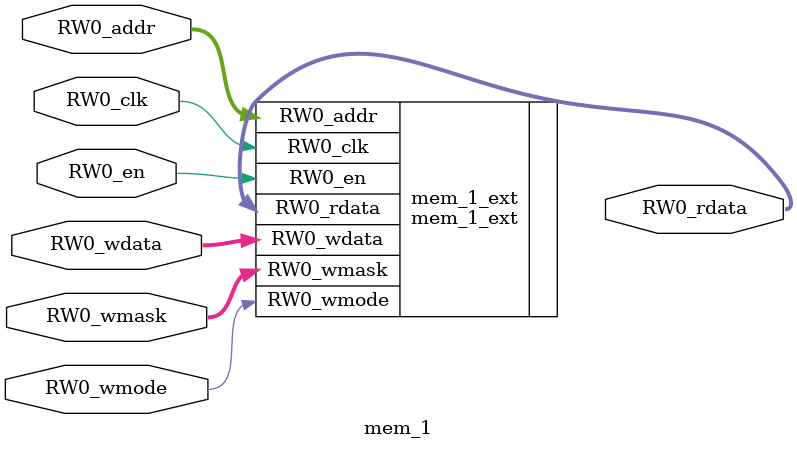
<source format=sv>
`ifndef RANDOMIZE
  `ifdef RANDOMIZE_MEM_INIT
    `define RANDOMIZE
  `endif // RANDOMIZE_MEM_INIT
`endif // not def RANDOMIZE
`ifndef RANDOMIZE
  `ifdef RANDOMIZE_REG_INIT
    `define RANDOMIZE
  `endif // RANDOMIZE_REG_INIT
`endif // not def RANDOMIZE

`ifndef RANDOM
  `define RANDOM $random
`endif // not def RANDOM

// Users can define INIT_RANDOM as general code that gets injected into the
// initializer block for modules with registers.
`ifndef INIT_RANDOM
  `define INIT_RANDOM
`endif // not def INIT_RANDOM

// If using random initialization, you can also define RANDOMIZE_DELAY to
// customize the delay used, otherwise 0.002 is used.
`ifndef RANDOMIZE_DELAY
  `define RANDOMIZE_DELAY 0.002
`endif // not def RANDOMIZE_DELAY

// Define INIT_RANDOM_PROLOG_ for use in our modules below.
`ifndef INIT_RANDOM_PROLOG_
  `ifdef RANDOMIZE
    `ifdef VERILATOR
      `define INIT_RANDOM_PROLOG_ `INIT_RANDOM
    `else  // VERILATOR
      `define INIT_RANDOM_PROLOG_ `INIT_RANDOM #`RANDOMIZE_DELAY begin end
    `endif // VERILATOR
  `else  // RANDOMIZE
    `define INIT_RANDOM_PROLOG_
  `endif // RANDOMIZE
`endif // not def INIT_RANDOM_PROLOG_

// Include register initializers in init blocks unless synthesis is set
`ifndef SYNTHESIS
  `ifndef ENABLE_INITIAL_REG_
    `define ENABLE_INITIAL_REG_
  `endif // not def ENABLE_INITIAL_REG_
`endif // not def SYNTHESIS

// Include rmemory initializers in init blocks unless synthesis is set
`ifndef SYNTHESIS
  `ifndef ENABLE_INITIAL_MEM_
    `define ENABLE_INITIAL_MEM_
  `endif // not def ENABLE_INITIAL_MEM_
`endif // not def SYNTHESIS

// Standard header to adapt well known macros for prints and assertions.

// Users can define 'PRINTF_COND' to add an extra gate to prints.
`ifndef PRINTF_COND_
  `ifdef PRINTF_COND
    `define PRINTF_COND_ (`PRINTF_COND)
  `else  // PRINTF_COND
    `define PRINTF_COND_ 1
  `endif // PRINTF_COND
`endif // not def PRINTF_COND_

// Users can define 'ASSERT_VERBOSE_COND' to add an extra gate to assert error printing.
`ifndef ASSERT_VERBOSE_COND_
  `ifdef ASSERT_VERBOSE_COND
    `define ASSERT_VERBOSE_COND_ (`ASSERT_VERBOSE_COND)
  `else  // ASSERT_VERBOSE_COND
    `define ASSERT_VERBOSE_COND_ 1
  `endif // ASSERT_VERBOSE_COND
`endif // not def ASSERT_VERBOSE_COND_

// Users can define 'STOP_COND' to add an extra gate to stop conditions.
`ifndef STOP_COND_
  `ifdef STOP_COND
    `define STOP_COND_ (`STOP_COND)
  `else  // STOP_COND
    `define STOP_COND_ 1
  `endif // STOP_COND
`endif // not def STOP_COND_

module mem_1(	// @[generators/rocket-chip/src/main/scala/util/DescribedSRAM.scala:17:26]
  input  [12:0] RW0_addr,
  input         RW0_en,
                RW0_clk,
                RW0_wmode,
  input  [63:0] RW0_wdata,
  output [63:0] RW0_rdata,
  input  [7:0]  RW0_wmask
);

  mem_1_ext mem_1_ext (	// @[generators/rocket-chip/src/main/scala/util/DescribedSRAM.scala:17:26]
    .RW0_addr  (RW0_addr),
    .RW0_en    (RW0_en),
    .RW0_clk   (RW0_clk),
    .RW0_wmode (RW0_wmode),
    .RW0_wdata (RW0_wdata),
    .RW0_rdata (RW0_rdata),
    .RW0_wmask (RW0_wmask)
  );
endmodule


</source>
